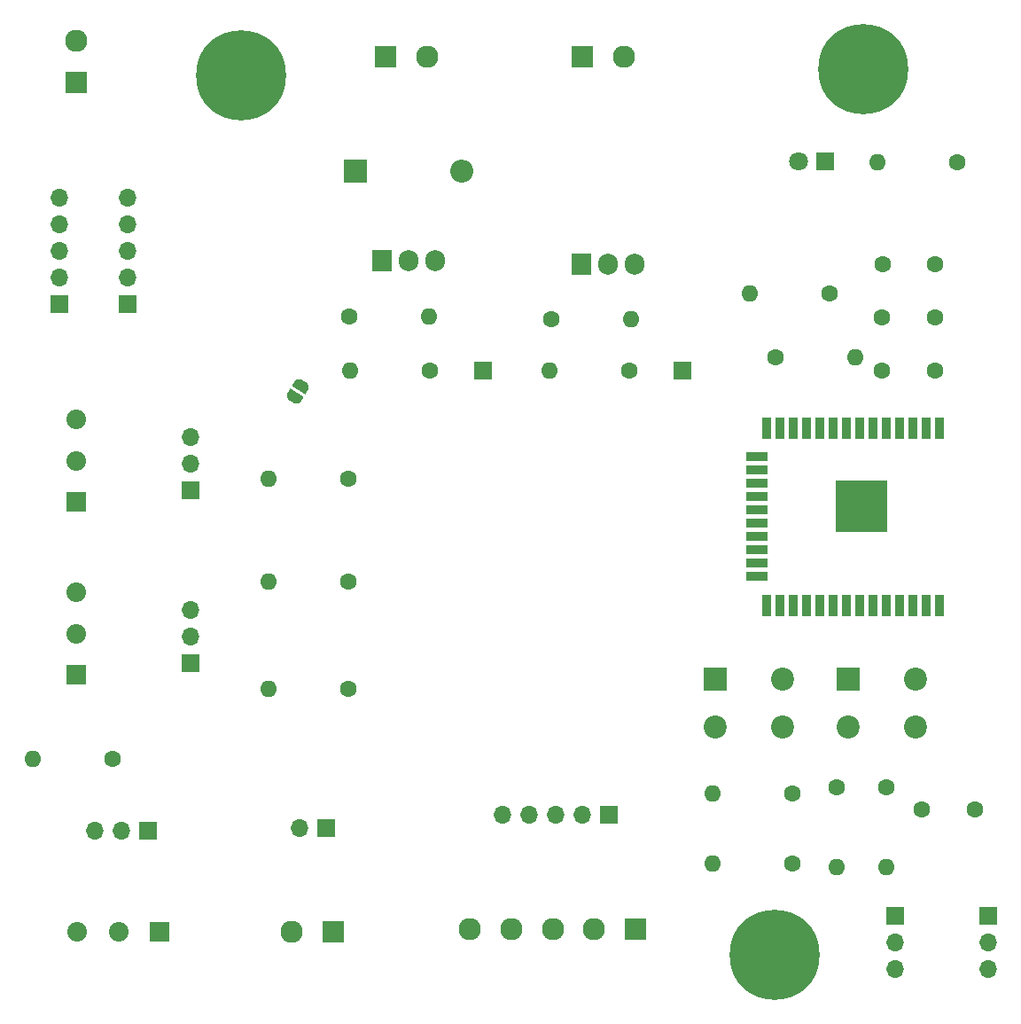
<source format=gbr>
%TF.GenerationSoftware,KiCad,Pcbnew,(6.0.1-0)*%
%TF.CreationDate,2022-03-10T10:55:53-08:00*%
%TF.ProjectId,MicroGreens PCB,4d696372-6f47-4726-9565-6e7320504342,rev?*%
%TF.SameCoordinates,Original*%
%TF.FileFunction,Soldermask,Top*%
%TF.FilePolarity,Negative*%
%FSLAX46Y46*%
G04 Gerber Fmt 4.6, Leading zero omitted, Abs format (unit mm)*
G04 Created by KiCad (PCBNEW (6.0.1-0)) date 2022-03-10 10:55:53*
%MOMM*%
%LPD*%
G01*
G04 APERTURE LIST*
G04 Aperture macros list*
%AMFreePoly0*
4,1,22,0.500000,-0.750000,0.000000,-0.750000,0.000000,-0.745033,-0.079941,-0.743568,-0.215256,-0.701293,-0.333265,-0.622738,-0.424486,-0.514219,-0.481581,-0.384461,-0.499164,-0.250000,-0.500000,-0.250000,-0.500000,0.250000,-0.499164,0.250000,-0.499963,0.256109,-0.478152,0.396186,-0.417904,0.524511,-0.324060,0.630769,-0.204165,0.706417,-0.067858,0.745374,0.000000,0.744959,0.000000,0.750000,
0.500000,0.749999,0.500000,-0.750000,0.500000,-0.750000,$1*%
%AMFreePoly1*
4,1,20,0.000000,0.744959,0.073905,0.744508,0.209726,0.703889,0.328688,0.626782,0.421226,0.519385,0.479903,0.390333,0.500000,0.250000,0.500000,-0.250000,0.499850,-0.262216,0.476331,-0.402017,0.414519,-0.529596,0.319384,-0.634700,0.198574,-0.708877,0.061800,-0.746166,0.000000,-0.745033,0.000000,-0.750000,-0.500000,-0.749999,-0.500000,0.750000,0.000000,0.750000,0.000000,0.744959,
0.000000,0.744959,$1*%
G04 Aperture macros list end*
%ADD10R,1.700000X1.700000*%
%ADD11O,1.700000X1.700000*%
%ADD12R,1.905000X2.000000*%
%ADD13O,1.905000X2.000000*%
%ADD14R,2.200000X2.200000*%
%ADD15C,2.200000*%
%ADD16C,1.600000*%
%ADD17O,1.600000X1.600000*%
%ADD18R,1.874000X1.874000*%
%ADD19C,1.874000*%
%ADD20R,2.128000X2.128000*%
%ADD21C,2.128000*%
%ADD22C,8.600000*%
%ADD23R,1.800000X1.800000*%
%ADD24C,1.800000*%
%ADD25O,2.200000X2.200000*%
%ADD26R,0.900000X2.000000*%
%ADD27R,2.000000X0.900000*%
%ADD28R,5.000000X5.000000*%
%ADD29FreePoly0,238.000000*%
%ADD30FreePoly1,238.000000*%
G04 APERTURE END LIST*
D10*
%TO.C,J13*%
X172979000Y-116078000D03*
D11*
X170439000Y-116078000D03*
%TD*%
D12*
%TO.C,Q2*%
X197358000Y-62240000D03*
D13*
X199898000Y-62240000D03*
X202438000Y-62240000D03*
%TD*%
D10*
%TO.C,J18*%
X187960000Y-72390000D03*
%TD*%
D14*
%TO.C,S1*%
X222810000Y-101890000D03*
D15*
X229310000Y-101890000D03*
X222810000Y-106390000D03*
X229310000Y-106390000D03*
%TD*%
D16*
%TO.C,R2*%
X215900000Y-71120000D03*
D17*
X223520000Y-71120000D03*
%TD*%
D16*
%TO.C,R7*%
X152560000Y-109500000D03*
D17*
X144940000Y-109500000D03*
%TD*%
D16*
%TO.C,R5*%
X175190000Y-67250000D03*
D17*
X182810000Y-67250000D03*
%TD*%
D16*
%TO.C,R12*%
X175060000Y-92500000D03*
D17*
X167440000Y-92500000D03*
%TD*%
D10*
%TO.C,J9*%
X227330000Y-124475000D03*
D11*
X227330000Y-127015000D03*
X227330000Y-129555000D03*
%TD*%
D10*
%TO.C,J10*%
X160020000Y-83805000D03*
D11*
X160020000Y-81265000D03*
X160020000Y-78725000D03*
%TD*%
D16*
%TO.C,R8*%
X226500000Y-112190000D03*
D17*
X226500000Y-119810000D03*
%TD*%
D18*
%TO.C,J6*%
X157088500Y-125982000D03*
D19*
X153128500Y-125982000D03*
X149168500Y-125982000D03*
%TD*%
D20*
%TO.C,J7*%
X202530000Y-125730000D03*
D21*
X198570000Y-125730000D03*
X194610000Y-125730000D03*
X190650000Y-125730000D03*
X186690000Y-125730000D03*
%TD*%
D18*
%TO.C,J3*%
X149100000Y-84952500D03*
D19*
X149100000Y-80992500D03*
X149100000Y-77032500D03*
%TD*%
D10*
%TO.C,J2*%
X236220000Y-124475000D03*
D11*
X236220000Y-127015000D03*
X236220000Y-129555000D03*
%TD*%
D22*
%TO.C,*%
X224250000Y-43580000D03*
%TD*%
D20*
%TO.C,J5*%
X173650500Y-125984000D03*
D21*
X169690500Y-125984000D03*
%TD*%
D16*
%TO.C,C1*%
X231100000Y-72390000D03*
X226100000Y-72390000D03*
%TD*%
%TO.C,R3*%
X182880000Y-72390000D03*
D17*
X175260000Y-72390000D03*
%TD*%
D10*
%TO.C,J16*%
X199977500Y-114808000D03*
D11*
X197437500Y-114808000D03*
X194897500Y-114808000D03*
X192357500Y-114808000D03*
X189817500Y-114808000D03*
%TD*%
D20*
%TO.C,J12*%
X178647500Y-42418000D03*
D21*
X182607500Y-42418000D03*
%TD*%
D10*
%TO.C,J14*%
X155956000Y-116332000D03*
D11*
X153416000Y-116332000D03*
X150876000Y-116332000D03*
%TD*%
D23*
%TO.C,D2*%
X220599000Y-52451000D03*
D24*
X218059000Y-52451000D03*
%TD*%
D16*
%TO.C,R4*%
X201930000Y-72400000D03*
D17*
X194310000Y-72400000D03*
%TD*%
D16*
%TO.C,C4*%
X234910000Y-114300000D03*
X229910000Y-114300000D03*
%TD*%
%TO.C,C3*%
X231140000Y-62230000D03*
X226140000Y-62230000D03*
%TD*%
D14*
%TO.C,D1*%
X175768000Y-53340000D03*
D25*
X185928000Y-53340000D03*
%TD*%
D16*
%TO.C,R11*%
X175060000Y-82750000D03*
D17*
X167440000Y-82750000D03*
%TD*%
D16*
%TO.C,R14*%
X217500000Y-112750000D03*
D17*
X209880000Y-112750000D03*
%TD*%
D26*
%TO.C,U1*%
X231605000Y-77860000D03*
X230335000Y-77860000D03*
X229065000Y-77860000D03*
X227795000Y-77860000D03*
X226525000Y-77860000D03*
X225255000Y-77860000D03*
X223985000Y-77860000D03*
X222715000Y-77860000D03*
X221445000Y-77860000D03*
X220175000Y-77860000D03*
X218905000Y-77860000D03*
X217635000Y-77860000D03*
X216365000Y-77860000D03*
X215095000Y-77860000D03*
D27*
X214095000Y-80645000D03*
X214095000Y-81915000D03*
X214095000Y-83185000D03*
X214095000Y-84455000D03*
X214095000Y-85725000D03*
X214095000Y-86995000D03*
X214095000Y-88265000D03*
X214095000Y-89535000D03*
X214095000Y-90805000D03*
X214095000Y-92075000D03*
D26*
X215095000Y-94860000D03*
X216365000Y-94860000D03*
X217635000Y-94860000D03*
X218905000Y-94860000D03*
X220175000Y-94860000D03*
X221445000Y-94860000D03*
X222715000Y-94860000D03*
X223985000Y-94860000D03*
X225255000Y-94860000D03*
X226525000Y-94860000D03*
X227795000Y-94860000D03*
X229065000Y-94860000D03*
X230335000Y-94860000D03*
X231605000Y-94860000D03*
D28*
X224105000Y-85360000D03*
%TD*%
D16*
%TO.C,R9*%
X175060000Y-102750000D03*
D17*
X167440000Y-102750000D03*
%TD*%
D16*
%TO.C,C2*%
X231100000Y-67310000D03*
X226100000Y-67310000D03*
%TD*%
D10*
%TO.C,J11*%
X160020000Y-100300000D03*
D11*
X160020000Y-97760000D03*
X160020000Y-95220000D03*
%TD*%
D20*
%TO.C,J1*%
X149098000Y-44872500D03*
D21*
X149098000Y-40912500D03*
%TD*%
D14*
%TO.C,S2*%
X210110000Y-101890000D03*
D15*
X216610000Y-101890000D03*
X210110000Y-106390000D03*
X216610000Y-106390000D03*
%TD*%
D10*
%TO.C,J8*%
X147500000Y-66000000D03*
D11*
X147500000Y-63460000D03*
X147500000Y-60920000D03*
X147500000Y-58380000D03*
X147500000Y-55840000D03*
%TD*%
D16*
%TO.C,R6*%
X194440000Y-67500000D03*
D17*
X202060000Y-67500000D03*
%TD*%
D20*
%TO.C,J15*%
X197443500Y-42418000D03*
D21*
X201403500Y-42418000D03*
%TD*%
D16*
%TO.C,R15*%
X233250000Y-52500000D03*
D17*
X225630000Y-52500000D03*
%TD*%
D22*
%TO.C,REF\u002A\u002A*%
X164840000Y-44160000D03*
%TD*%
D16*
%TO.C,R10*%
X221750000Y-112190000D03*
D17*
X221750000Y-119810000D03*
%TD*%
D18*
%TO.C,J4*%
X149100000Y-101462500D03*
D19*
X149100000Y-97502500D03*
X149100000Y-93542500D03*
%TD*%
D22*
%TO.C,*%
X164840000Y-44160000D03*
%TD*%
%TO.C,S1*%
X224250000Y-43580000D03*
%TD*%
D16*
%TO.C,R1*%
X221040000Y-65000000D03*
D17*
X213420000Y-65000000D03*
%TD*%
D29*
%TO.C,JP1*%
X170624448Y-73848769D03*
D30*
X169935552Y-74951231D03*
%TD*%
D16*
%TO.C,R13*%
X217500000Y-119500000D03*
D17*
X209880000Y-119500000D03*
%TD*%
D10*
%TO.C,J19*%
X207010000Y-72400000D03*
%TD*%
D12*
%TO.C,Q1*%
X178308000Y-61905000D03*
D13*
X180848000Y-61905000D03*
X183388000Y-61905007D03*
%TD*%
D22*
%TO.C,S1*%
X215800000Y-128160000D03*
%TD*%
D10*
%TO.C,J17*%
X154000000Y-66000000D03*
D11*
X154000000Y-63460000D03*
X154000000Y-60920000D03*
X154000000Y-58380000D03*
X154000000Y-55840000D03*
%TD*%
M02*

</source>
